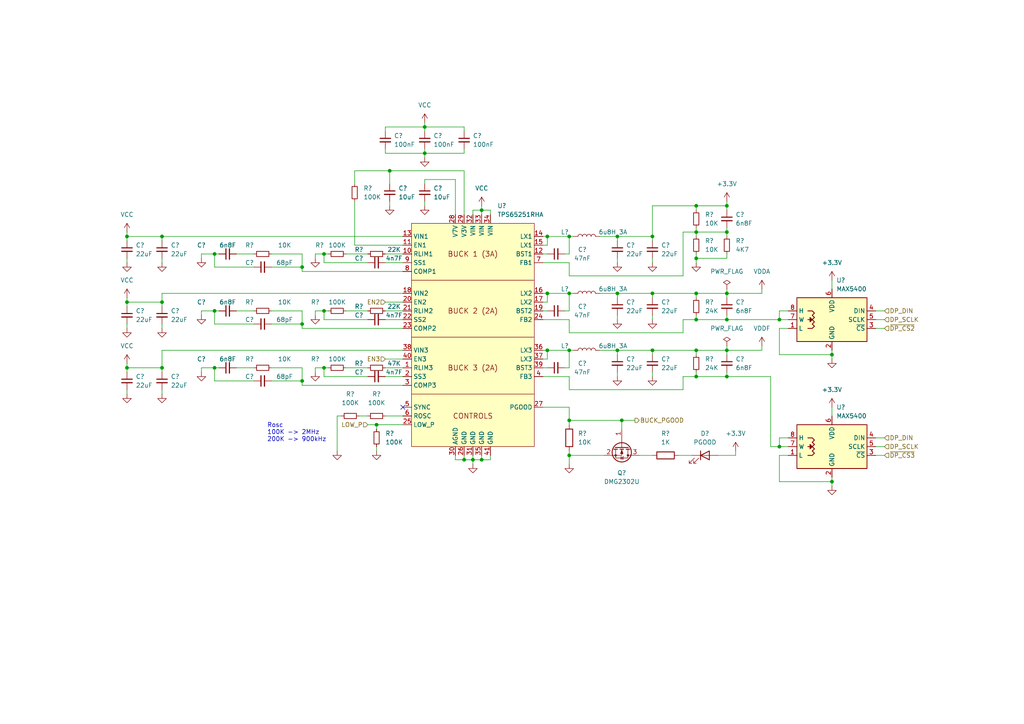
<source format=kicad_sch>
(kicad_sch (version 20211123) (generator eeschema)
  (paper "A4")
  (lib_symbols
    (symbol "Device:C_Small" (pin_numbers hide) (pin_names (offset 0.254) hide)
      (property "Reference" "C" (at 0.254 1.778 0))
      (property "Value" "C_Small" (at 0.254 -2.032 0))
      (symbol "C_Small_0_1"
        (polyline (pts (xy -1.524 -0.508) (xy 1.524 -0.508)) (stroke (width 0.3302)))
        (polyline (pts (xy -1.524 0.508) (xy 1.524 0.508)) (stroke (width 0.3048)))
      )
      (symbol "C_Small_1_1"
        (pin passive line (at 0 2.54 270) (length 2.032) (name "~") (number "1"))
        (pin passive line (at 0 -2.54 90) (length 2.032) (name "~") (number "2"))
      )
    )
    (symbol "Device:L" (pin_numbers hide) (pin_names (offset 1.016) hide)
      (property "Reference" "L" (at -1.27 0 90))
      (property "Value" "L" (at 1.905 0 90))
      (symbol "L_0_1"
        (arc (start 0 -2.54) (mid 0.635 -1.905) (end 0 -1.27))
        (arc (start 0 -1.27) (mid 0.635 -0.635) (end 0 0))
        (arc (start 0 0) (mid 0.635 0.635) (end 0 1.27))
        (arc (start 0 1.27) (mid 0.635 1.905) (end 0 2.54))
      )
      (symbol "L_1_1"
        (pin passive line (at 0 3.81 270) (length 1.27) (name "1") (number "1"))
        (pin passive line (at 0 -3.81 90) (length 1.27) (name "2") (number "2"))
      )
    )
    (symbol "Device:LED" (pin_numbers hide) (pin_names (offset 1.016) hide)
      (property "Reference" "D" (at 0 2.54 0))
      (property "Value" "LED" (at 0 -2.54 0))
      (symbol "LED_0_1"
        (polyline (pts (xy -1.27 -1.27) (xy -1.27 1.27)) (stroke (width 0.254)))
        (polyline (pts (xy -1.27 0) (xy 1.27 0)))
        (polyline (pts (xy 1.27 -1.27) (xy 1.27 1.27) (xy -1.27 0) (xy 1.27 -1.27)) (stroke (width 0.254)))
        (polyline (pts (xy -3.048 -0.762) (xy -4.572 -2.286) (xy -3.81 -2.286) (xy -4.572 -2.286) (xy -4.572 -1.524)))
        (polyline (pts (xy -1.778 -0.762) (xy -3.302 -2.286) (xy -2.54 -2.286) (xy -3.302 -2.286) (xy -3.302 -1.524)))
      )
      (symbol "LED_1_1"
        (pin passive line (at -3.81 0 0) (length 2.54) (name "K") (number "1"))
        (pin passive line (at 3.81 0 180) (length 2.54) (name "A") (number "2"))
      )
    )
    (symbol "Device:R" (pin_numbers hide) (pin_names (offset 0))
      (property "Reference" "R" (at 2.032 0 90))
      (property "Value" "R" (at 0 0 90))
      (symbol "R_0_1"
        (rectangle (start -1.016 -2.54) (end 1.016 2.54) (stroke (width 0.254)))
      )
      (symbol "R_1_1"
        (pin passive line (at 0 3.81 270) (length 1.27) (name "~") (number "1"))
        (pin passive line (at 0 -3.81 90) (length 1.27) (name "~") (number "2"))
      )
    )
    (symbol "Device:R_Small" (pin_numbers hide) (pin_names (offset 0.254) hide)
      (property "Reference" "R" (at 0.762 0.508 0))
      (property "Value" "R_Small" (at 0.762 -1.016 0))
      (symbol "R_Small_0_1"
        (rectangle (start -0.762 1.778) (end 0.762 -1.778) (stroke (width 0.2032)))
      )
      (symbol "R_Small_1_1"
        (pin passive line (at 0 2.54 270) (length 0.762) (name "~") (number "1"))
        (pin passive line (at 0 -2.54 90) (length 0.762) (name "~") (number "2"))
      )
    )
    (symbol "Transistor_FET:DMG2302U" (pin_names hide)
      (property "Reference" "Q" (at 5.08 1.905 0))
      (property "Value" "DMG2302U" (at 5.08 0 0))
      (symbol "DMG2302U_0_1"
        (polyline (pts (xy 0.254 0) (xy -2.54 0)))
        (polyline (pts (xy 0.254 1.905) (xy 0.254 -1.905)) (stroke (width 0.254)))
        (polyline (pts (xy 0.762 -1.27) (xy 0.762 -2.286)) (stroke (width 0.254)))
        (polyline (pts (xy 0.762 0.508) (xy 0.762 -0.508)) (stroke (width 0.254)))
        (polyline (pts (xy 0.762 2.286) (xy 0.762 1.27)) (stroke (width 0.254)))
        (polyline (pts (xy 2.54 2.54) (xy 2.54 1.778)))
        (polyline (pts (xy 2.54 -2.54) (xy 2.54 0) (xy 0.762 0)))
        (polyline (pts (xy 0.762 -1.778) (xy 3.302 -1.778) (xy 3.302 1.778) (xy 0.762 1.778)))
        (polyline (pts (xy 1.016 0) (xy 2.032 0.381) (xy 2.032 -0.381) (xy 1.016 0)) (fill (type outline)))
        (polyline (pts (xy 2.794 0.508) (xy 2.921 0.381) (xy 3.683 0.381) (xy 3.81 0.254)))
        (polyline (pts (xy 3.302 0.381) (xy 2.921 -0.254) (xy 3.683 -0.254) (xy 3.302 0.381)))
        (circle (center 1.651 0) (radius 2.794) (stroke (width 0.254)))
        (circle (center 2.54 -1.778) (radius 0.254) (fill (type outline)))
        (circle (center 2.54 1.778) (radius 0.254) (fill (type outline)))
      )
      (symbol "DMG2302U_1_1"
        (pin input line (at -5.08 0 0) (length 2.54) (name "G") (number "1"))
        (pin passive line (at 2.54 -5.08 90) (length 2.54) (name "S") (number "2"))
        (pin passive line (at 2.54 5.08 270) (length 2.54) (name "D") (number "3"))
      )
    )
    (symbol "breadboard_supply:MAX5400"
      (property "Reference" "U" (at -8.89 7.62 0))
      (property "Value" "MAX5400" (at 7.62 -8.89 0))
      (symbol "MAX5400_0_1"
        (rectangle (start -10.16 6.35) (end 10.16 -6.35) (stroke (width 0.254)) (fill (type background)))
        (polyline (pts (xy 6.985 0) (xy 6.35 0) (xy 5.715 0) (xy 6.35 0.635) (xy 6.35 -0.635) (xy 5.715 0)) (stroke (width 0.254)) (fill (type outline)))
        (polyline (pts (xy 6.985 2.54) (xy 5.715 2.54) (xy 5.08 1.905) (xy 5.715 1.27) (xy 5.08 0.635) (xy 5.715 0) (xy 5.08 -0.635) (xy 5.715 -1.27) (xy 5.08 -1.905) (xy 5.715 -2.54) (xy 6.985 -2.54)) (stroke (width 0.254)))
      )
      (symbol "MAX5400_1_1"
        (pin passive line (at 12.7 -2.54 180) (length 2.54) (name "L") (number "1"))
        (pin power_in line (at 0 -8.89 90) (length 2.54) (name "GND") (number "2"))
        (pin input line (at -12.7 -2.54 0) (length 2.54) (name "~{CS}") (number "3"))
        (pin input line (at -12.7 2.54 0) (length 2.54) (name "DIN") (number "4"))
        (pin input line (at -12.7 0 0) (length 2.54) (name "SCLK") (number "5"))
        (pin power_in line (at 0 8.89 270) (length 2.54) (name "VDD") (number "6"))
        (pin passive line (at 12.7 0 180) (length 2.54) (name "W") (number "7"))
        (pin passive line (at 12.7 2.54 180) (length 2.54) (name "H") (number "8"))
      )
    )
    (symbol "breadboard_supply:TPS65251RHA"
      (property "Reference" "U" (at -16.51 34.29 0))
      (property "Value" "TPS65251RHA" (at 16.51 -34.29 0))
      (symbol "TPS65251RHA_0_0"
        (polyline (pts (xy -17.78 -16.51) (xy 17.78 -16.51)))
        (polyline (pts (xy -17.78 0) (xy 17.78 0)))
        (polyline (pts (xy -17.78 16.51) (xy 17.78 16.51)))
        (text "BUCK 1 (3A)" (at 0 24.13 0) (effects (font (size 1.5 1.5))))
        (text "BUCK 2 (2A)" (at 0 7.62 0) (effects (font (size 1.5 1.5))))
        (text "BUCK 3 (2A)" (at 0 -8.89 0) (effects (font (size 1.5 1.5))))
        (text "CONTROLS" (at 0 -22.86 0) (effects (font (size 1.5 1.5))))
        (pin input line (at -20.32 -8.89 0) (length 2.54) (name "RLIM3") (number "1"))
        (pin input line (at -20.32 24.13 0) (length 2.54) (name "RLIM1") (number "10"))
        (pin input line (at -20.32 26.67 0) (length 2.54) (name "EN1") (number "11"))
        (pin input line (at 20.32 24.13 180) (length 2.54) (name "BST1") (number "12"))
        (pin power_in line (at -20.32 29.21 0) (length 2.54) (name "VIN1") (number "13"))
        (pin power_out line (at 20.32 29.21 180) (length 2.54) (name "LX1") (number "14"))
        (pin power_out line (at 20.32 26.67 180) (length 2.54) (name "LX1") (number "15"))
        (pin power_out line (at 20.32 12.7 180) (length 2.54) (name "LX2") (number "16"))
        (pin power_out line (at 20.32 10.16 180) (length 2.54) (name "LX2") (number "17"))
        (pin power_in line (at -20.32 12.7 0) (length 2.54) (name "VIN2") (number "18"))
        (pin input line (at 20.32 7.62 180) (length 2.54) (name "BST2") (number "19"))
        (pin input line (at -20.32 -11.43 0) (length 2.54) (name "SS3") (number "2"))
        (pin input line (at -20.32 10.16 0) (length 2.54) (name "EN2") (number "20"))
        (pin input line (at -20.32 7.62 0) (length 2.54) (name "RLIM2") (number "21"))
        (pin input line (at -20.32 5.08 0) (length 2.54) (name "SS2") (number "22"))
        (pin output line (at -20.32 2.54 0) (length 2.54) (name "COMP2") (number "23"))
        (pin input line (at 20.32 5.08 180) (length 2.54) (name "FB2") (number "24"))
        (pin input line (at -20.32 -25.4 0) (length 2.54) (name "LOW_P") (number "25"))
        (pin power_in line (at -2.54 -34.29 90) (length 2.54) (name "GND") (number "26"))
        (pin output line (at 20.32 -20.32 180) (length 2.54) (name "PGOOD") (number "27"))
        (pin power_out line (at -5.08 35.56 270) (length 2.54) (name "V7V") (number "28"))
        (pin power_out line (at -2.54 35.56 270) (length 2.54) (name "V3V") (number "29"))
        (pin output line (at -20.32 -13.97 0) (length 2.54) (name "COMP3") (number "3"))
        (pin power_in line (at -5.08 -34.29 90) (length 2.54) (name "AGND") (number "30"))
        (pin power_in line (at 0 -34.29 90) (length 2.54) (name "GND") (number "31"))
        (pin power_in line (at 0 35.56 270) (length 2.54) (name "VIN") (number "32"))
        (pin power_in line (at 2.54 35.56 270) (length 2.54) (name "VIN") (number "33"))
        (pin power_in line (at 5.08 35.56 270) (length 2.54) (name "VIN") (number "34"))
        (pin power_in line (at 2.54 -34.29 90) (length 2.54) (name "GND") (number "35"))
        (pin power_out line (at 20.32 -3.81 180) (length 2.54) (name "LX3") (number "36"))
        (pin power_out line (at 20.32 -6.35 180) (length 2.54) (name "LX3") (number "37"))
        (pin power_in line (at -20.32 -3.81 0) (length 2.54) (name "VIN3") (number "38"))
        (pin input line (at 20.32 -8.89 180) (length 2.54) (name "BST3") (number "39"))
        (pin input line (at 20.32 -11.43 180) (length 2.54) (name "FB3") (number "4"))
        (pin input line (at -20.32 -6.35 0) (length 2.54) (name "EN3") (number "40"))
        (pin power_in line (at 5.08 -34.29 90) (length 2.54) (name "GND") (number "41"))
        (pin input line (at -20.32 -20.32 0) (length 2.54) (name "SYNC") (number "5"))
        (pin input line (at -20.32 -22.86 0) (length 2.54) (name "ROSC") (number "6"))
        (pin input line (at 20.32 21.59 180) (length 2.54) (name "FB1") (number "7"))
        (pin output line (at -20.32 19.05 0) (length 2.54) (name "COMP1") (number "8"))
        (pin input line (at -20.32 21.59 0) (length 2.54) (name "SS1") (number "9"))
      )
      (symbol "TPS65251RHA_0_1"
        (rectangle (start -17.78 33.02) (end 17.78 -31.75) (fill (type background)))
      )
    )
    (symbol "power:+3.3V" (power) (pin_names (offset 0))
      (property "Value" "+3.3V" (at 0 3.556 0))
      (symbol "+3.3V_0_1"
        (polyline (pts (xy -0.762 1.27) (xy 0 2.54)))
        (polyline (pts (xy 0 0) (xy 0 2.54)))
        (polyline (pts (xy 0 2.54) (xy 0.762 1.27)))
      )
      (symbol "+3.3V_1_1"
        (pin power_in line (at 0 0 90) (length 0) hide (name "+3.3V") (number "1"))
      )
    )
    (symbol "power:GND" (power) (pin_names (offset 0))
      (property "Value" "GND" (at 0 -3.81 0))
      (symbol "GND_0_1"
        (polyline (pts (xy 0 0) (xy 0 -1.27) (xy 1.27 -1.27) (xy 0 -2.54) (xy -1.27 -1.27) (xy 0 -1.27)))
      )
      (symbol "GND_1_1"
        (pin power_in line (at 0 0 270) (length 0) hide (name "GND") (number "1"))
      )
    )
    (symbol "power:PWR_FLAG" (power) (pin_numbers hide) (pin_names (offset 0) hide)
      (property "Value" "PWR_FLAG" (at 0 3.81 0))
      (symbol "PWR_FLAG_0_0"
        (pin power_out line (at 0 0 90) (length 0) (name "pwr") (number "1"))
      )
      (symbol "PWR_FLAG_0_1"
        (polyline (pts (xy 0 0) (xy 0 1.27) (xy -1.016 1.905) (xy 0 2.54) (xy 1.016 1.905) (xy 0 1.27)))
      )
    )
    (symbol "power:VCC" (power) (pin_names (offset 0))
      (property "Value" "VCC" (at 0 3.81 0))
      (symbol "VCC_0_1"
        (polyline (pts (xy -0.762 1.27) (xy 0 2.54)))
        (polyline (pts (xy 0 0) (xy 0 2.54)))
        (polyline (pts (xy 0 2.54) (xy 0.762 1.27)))
      )
      (symbol "VCC_1_1"
        (pin power_in line (at 0 0 90) (length 0) hide (name "VCC") (number "1"))
      )
    )
    (symbol "power:VDDA" (power) (pin_names (offset 0))
      (property "Value" "VDDA" (at 0 3.81 0))
      (symbol "VDDA_0_1"
        (polyline (pts (xy -0.762 1.27) (xy 0 2.54)))
        (polyline (pts (xy 0 0) (xy 0 2.54)))
        (polyline (pts (xy 0 2.54) (xy 0.762 1.27)))
      )
      (symbol "VDDA_1_1"
        (pin power_in line (at 0 0 90) (length 0) hide (name "VDDA") (number "1"))
      )
    )
    (symbol "power:VDDF" (power) (pin_names (offset 0))
      (property "Value" "VDDF" (at 0 3.81 0))
      (symbol "VDDF_0_1"
        (polyline (pts (xy -0.762 1.27) (xy 0 2.54)))
        (polyline (pts (xy 0 0) (xy 0 2.54)))
        (polyline (pts (xy 0 2.54) (xy 0.762 1.27)))
      )
      (symbol "VDDF_1_1"
        (pin power_in line (at 0 0 90) (length 0) hide (name "VDDF") (number "1"))
      )
    )
  )
  (junction (at 241.3 139.7))
  (junction (at 189.23 85.09))
  (junction (at 93.98 90.17))
  (junction (at 201.93 85.09))
  (junction (at 210.82 85.09))
  (junction (at 201.93 101.6))
  (junction (at 87.63 93.98))
  (junction (at 180.34 121.92))
  (junction (at 201.93 92.71))
  (junction (at 165.1 101.6))
  (junction (at 226.06 92.71))
  (junction (at 46.99 87.63))
  (junction (at 46.99 106.68))
  (junction (at 46.99 68.58))
  (junction (at 210.82 109.22))
  (junction (at 158.75 68.58))
  (junction (at 210.82 59.69))
  (junction (at 201.93 59.69))
  (junction (at 179.07 68.58))
  (junction (at 210.82 92.71))
  (junction (at 113.03 49.53))
  (junction (at 62.23 90.17))
  (junction (at 241.3 102.87))
  (junction (at 210.82 101.6))
  (junction (at 201.93 109.22))
  (junction (at 36.83 87.63))
  (junction (at 93.98 106.68))
  (junction (at 109.22 123.19))
  (junction (at 139.7 60.96))
  (junction (at 36.83 68.58))
  (junction (at 87.63 77.47))
  (junction (at 165.1 132.08))
  (junction (at 165.1 85.09))
  (junction (at 165.1 68.58))
  (junction (at 158.75 101.6))
  (junction (at 165.1 121.92))
  (junction (at 201.93 74.93))
  (junction (at 123.19 44.45))
  (junction (at 87.63 110.49))
  (junction (at 36.83 106.68))
  (junction (at 201.93 67.31))
  (junction (at 93.98 73.66))
  (junction (at 189.23 68.58))
  (junction (at 134.62 133.35))
  (junction (at 139.7 133.35))
  (junction (at 62.23 73.66))
  (junction (at 210.82 67.31))
  (junction (at 226.06 129.54))
  (junction (at 179.07 101.6))
  (junction (at 179.07 85.09))
  (junction (at 189.23 101.6))
  (junction (at 137.16 133.35))
  (junction (at 62.23 106.68))
  (junction (at 123.19 36.83))
  (junction (at 158.75 85.09))
  (no_connect (at 116.84 118.11))
  (wire (pts (xy 97.79 120.65) (xy 97.79 130.81)))
  (wire (pts (xy 226.06 139.7) (xy 226.06 132.08)))
  (wire (pts (xy 113.03 49.53) (xy 134.62 49.53)))
  (wire (pts (xy 139.7 133.35) (xy 142.24 133.35)))
  (wire (pts (xy 158.75 87.63) (xy 158.75 85.09)))
  (wire (pts (xy 111.76 76.2) (xy 116.84 76.2)))
  (wire (pts (xy 36.83 67.31) (xy 36.83 68.58)))
  (wire (pts (xy 62.23 90.17) (xy 63.5 90.17)))
  (wire (pts (xy 223.52 129.54) (xy 226.06 129.54)))
  (wire (pts (xy 100.33 73.66) (xy 106.68 73.66)))
  (wire (pts (xy 241.3 138.43) (xy 241.3 139.7)))
  (wire (pts (xy 201.93 107.95) (xy 201.93 109.22)))
  (wire (pts (xy 223.52 109.22) (xy 223.52 129.54)))
  (wire (pts (xy 157.48 73.66) (xy 158.75 73.66)))
  (wire (pts (xy 142.24 133.35) (xy 142.24 132.08)))
  (wire (pts (xy 46.99 93.98) (xy 46.99 95.25)))
  (wire (pts (xy 106.68 109.22) (xy 93.98 109.22)))
  (wire (pts (xy 111.76 106.68) (xy 116.84 106.68)))
  (wire (pts (xy 91.44 106.68) (xy 91.44 107.95)))
  (wire (pts (xy 189.23 85.09) (xy 189.23 86.36)))
  (wire (pts (xy 201.93 92.71) (xy 210.82 92.71)))
  (wire (pts (xy 87.63 106.68) (xy 87.63 110.49)))
  (wire (pts (xy 123.19 58.42) (xy 123.19 59.69)))
  (wire (pts (xy 198.12 92.71) (xy 201.93 92.71)))
  (wire (pts (xy 132.08 52.07) (xy 132.08 62.23)))
  (wire (pts (xy 87.63 77.47) (xy 78.74 77.47)))
  (wire (pts (xy 165.1 121.92) (xy 180.34 121.92)))
  (wire (pts (xy 111.76 104.14) (xy 116.84 104.14)))
  (wire (pts (xy 226.06 132.08) (xy 228.6 132.08)))
  (wire (pts (xy 226.06 92.71) (xy 226.06 90.17)))
  (wire (pts (xy 226.06 90.17) (xy 228.6 90.17)))
  (wire (pts (xy 241.3 102.87) (xy 241.3 104.14)))
  (wire (pts (xy 62.23 73.66) (xy 63.5 73.66)))
  (wire (pts (xy 189.23 59.69) (xy 201.93 59.69)))
  (wire (pts (xy 165.1 90.17) (xy 165.1 85.09)))
  (wire (pts (xy 189.23 85.09) (xy 201.93 85.09)))
  (wire (pts (xy 116.84 85.09) (xy 46.99 85.09)))
  (wire (pts (xy 137.16 133.35) (xy 137.16 134.62)))
  (wire (pts (xy 165.1 76.2) (xy 157.48 76.2)))
  (wire (pts (xy 179.07 85.09) (xy 179.07 86.36)))
  (wire (pts (xy 254 129.54) (xy 256.54 129.54)))
  (wire (pts (xy 123.19 36.83) (xy 123.19 38.1)))
  (wire (pts (xy 134.62 36.83) (xy 134.62 38.1)))
  (wire (pts (xy 201.93 66.04) (xy 201.93 67.31)))
  (wire (pts (xy 165.1 68.58) (xy 166.37 68.58)))
  (wire (pts (xy 220.98 85.09) (xy 220.98 83.82)))
  (wire (pts (xy 36.83 68.58) (xy 36.83 69.85)))
  (wire (pts (xy 137.16 60.96) (xy 137.16 62.23)))
  (wire (pts (xy 100.33 106.68) (xy 106.68 106.68)))
  (wire (pts (xy 139.7 60.96) (xy 137.16 60.96)))
  (wire (pts (xy 100.33 90.17) (xy 106.68 90.17)))
  (wire (pts (xy 210.82 100.33) (xy 210.82 101.6)))
  (wire (pts (xy 36.83 105.41) (xy 36.83 106.68)))
  (wire (pts (xy 46.99 85.09) (xy 46.99 87.63)))
  (wire (pts (xy 165.1 101.6) (xy 166.37 101.6)))
  (wire (pts (xy 165.1 106.68) (xy 165.1 101.6)))
  (wire (pts (xy 46.99 68.58) (xy 46.99 69.85)))
  (wire (pts (xy 201.93 67.31) (xy 198.12 67.31)))
  (wire (pts (xy 93.98 106.68) (xy 95.25 106.68)))
  (wire (pts (xy 158.75 68.58) (xy 165.1 68.58)))
  (wire (pts (xy 78.74 106.68) (xy 87.63 106.68)))
  (wire (pts (xy 111.76 87.63) (xy 116.84 87.63)))
  (wire (pts (xy 189.23 59.69) (xy 189.23 68.58)))
  (wire (pts (xy 68.58 106.68) (xy 73.66 106.68)))
  (wire (pts (xy 111.76 120.65) (xy 116.84 120.65)))
  (wire (pts (xy 254 95.25) (xy 256.54 95.25)))
  (wire (pts (xy 196.85 132.08) (xy 200.66 132.08)))
  (wire (pts (xy 228.6 129.54) (xy 226.06 129.54)))
  (wire (pts (xy 180.34 121.92) (xy 184.15 121.92)))
  (wire (pts (xy 62.23 106.68) (xy 63.5 106.68)))
  (wire (pts (xy 226.06 129.54) (xy 226.06 127)))
  (wire (pts (xy 134.62 49.53) (xy 134.62 62.23)))
  (wire (pts (xy 123.19 52.07) (xy 132.08 52.07)))
  (wire (pts (xy 198.12 109.22) (xy 201.93 109.22)))
  (wire (pts (xy 241.3 102.87) (xy 226.06 102.87)))
  (wire (pts (xy 201.93 85.09) (xy 210.82 85.09)))
  (wire (pts (xy 165.1 132.08) (xy 165.1 134.62)))
  (wire (pts (xy 87.63 73.66) (xy 87.63 77.47)))
  (wire (pts (xy 68.58 90.17) (xy 73.66 90.17)))
  (wire (pts (xy 93.98 106.68) (xy 91.44 106.68)))
  (wire (pts (xy 87.63 90.17) (xy 87.63 93.98)))
  (wire (pts (xy 36.83 93.98) (xy 36.83 95.25)))
  (wire (pts (xy 113.03 58.42) (xy 113.03 59.69)))
  (wire (pts (xy 62.23 90.17) (xy 58.42 90.17)))
  (wire (pts (xy 157.48 87.63) (xy 158.75 87.63)))
  (wire (pts (xy 87.63 110.49) (xy 78.74 110.49)))
  (wire (pts (xy 62.23 77.47) (xy 62.23 73.66)))
  (wire (pts (xy 157.48 71.12) (xy 158.75 71.12)))
  (wire (pts (xy 73.66 77.47) (xy 62.23 77.47)))
  (wire (pts (xy 123.19 35.56) (xy 123.19 36.83)))
  (wire (pts (xy 201.93 101.6) (xy 210.82 101.6)))
  (wire (pts (xy 189.23 107.95) (xy 189.23 109.22)))
  (wire (pts (xy 198.12 113.03) (xy 198.12 109.22)))
  (wire (pts (xy 46.99 106.68) (xy 36.83 106.68)))
  (wire (pts (xy 111.76 36.83) (xy 111.76 38.1)))
  (wire (pts (xy 198.12 96.52) (xy 198.12 92.71)))
  (wire (pts (xy 58.42 90.17) (xy 58.42 91.44)))
  (wire (pts (xy 165.1 80.01) (xy 165.1 76.2)))
  (wire (pts (xy 36.83 86.36) (xy 36.83 87.63)))
  (wire (pts (xy 123.19 36.83) (xy 111.76 36.83)))
  (wire (pts (xy 241.3 81.28) (xy 241.3 83.82)))
  (wire (pts (xy 201.93 102.87) (xy 201.93 101.6)))
  (wire (pts (xy 116.84 71.12) (xy 102.87 71.12)))
  (wire (pts (xy 226.06 102.87) (xy 226.06 95.25)))
  (wire (pts (xy 123.19 44.45) (xy 111.76 44.45)))
  (wire (pts (xy 134.62 133.35) (xy 132.08 133.35)))
  (wire (pts (xy 157.48 106.68) (xy 158.75 106.68)))
  (wire (pts (xy 201.93 60.96) (xy 201.93 59.69)))
  (wire (pts (xy 109.22 124.46) (xy 109.22 123.19)))
  (wire (pts (xy 139.7 60.96) (xy 139.7 62.23)))
  (wire (pts (xy 157.48 118.11) (xy 165.1 118.11)))
  (wire (pts (xy 226.06 95.25) (xy 228.6 95.25)))
  (wire (pts (xy 106.68 92.71) (xy 93.98 92.71)))
  (wire (pts (xy 123.19 44.45) (xy 123.19 45.72)))
  (wire (pts (xy 111.76 92.71) (xy 116.84 92.71)))
  (wire (pts (xy 73.66 110.49) (xy 62.23 110.49)))
  (wire (pts (xy 180.34 121.92) (xy 180.34 124.46)))
  (wire (pts (xy 163.83 90.17) (xy 165.1 90.17)))
  (wire (pts (xy 62.23 93.98) (xy 62.23 90.17)))
  (wire (pts (xy 139.7 60.96) (xy 142.24 60.96)))
  (wire (pts (xy 106.68 76.2) (xy 93.98 76.2)))
  (wire (pts (xy 46.99 101.6) (xy 46.99 106.68)))
  (wire (pts (xy 165.1 113.03) (xy 198.12 113.03)))
  (wire (pts (xy 201.93 91.44) (xy 201.93 92.71)))
  (wire (pts (xy 102.87 49.53) (xy 102.87 53.34)))
  (wire (pts (xy 165.1 85.09) (xy 166.37 85.09)))
  (wire (pts (xy 137.16 133.35) (xy 139.7 133.35)))
  (wire (pts (xy 157.48 85.09) (xy 158.75 85.09)))
  (wire (pts (xy 109.22 123.19) (xy 116.84 123.19)))
  (wire (pts (xy 113.03 53.34) (xy 113.03 49.53)))
  (wire (pts (xy 210.82 83.82) (xy 210.82 85.09)))
  (wire (pts (xy 104.14 120.65) (xy 106.68 120.65)))
  (wire (pts (xy 173.99 101.6) (xy 179.07 101.6)))
  (wire (pts (xy 165.1 118.11) (xy 165.1 121.92)))
  (wire (pts (xy 113.03 49.53) (xy 102.87 49.53)))
  (wire (pts (xy 132.08 133.35) (xy 132.08 132.08)))
  (wire (pts (xy 157.48 109.22) (xy 165.1 109.22)))
  (wire (pts (xy 62.23 106.68) (xy 58.42 106.68)))
  (wire (pts (xy 73.66 93.98) (xy 62.23 93.98)))
  (wire (pts (xy 142.24 60.96) (xy 142.24 62.23)))
  (wire (pts (xy 139.7 59.69) (xy 139.7 60.96)))
  (wire (pts (xy 163.83 73.66) (xy 165.1 73.66)))
  (wire (pts (xy 210.82 101.6) (xy 210.82 102.87)))
  (wire (pts (xy 78.74 73.66) (xy 87.63 73.66)))
  (wire (pts (xy 210.82 92.71) (xy 226.06 92.71)))
  (wire (pts (xy 189.23 101.6) (xy 201.93 101.6)))
  (wire (pts (xy 87.63 95.25) (xy 87.63 93.98)))
  (wire (pts (xy 123.19 43.18) (xy 123.19 44.45)))
  (wire (pts (xy 189.23 74.93) (xy 189.23 76.2)))
  (wire (pts (xy 139.7 133.35) (xy 139.7 132.08)))
  (wire (pts (xy 93.98 109.22) (xy 93.98 106.68)))
  (wire (pts (xy 99.06 120.65) (xy 97.79 120.65)))
  (wire (pts (xy 93.98 92.71) (xy 93.98 90.17)))
  (wire (pts (xy 226.06 127) (xy 228.6 127)))
  (wire (pts (xy 93.98 90.17) (xy 91.44 90.17)))
  (wire (pts (xy 62.23 110.49) (xy 62.23 106.68)))
  (wire (pts (xy 165.1 109.22) (xy 165.1 113.03)))
  (wire (pts (xy 179.07 68.58) (xy 179.07 69.85)))
  (wire (pts (xy 36.83 113.03) (xy 36.83 114.3)))
  (wire (pts (xy 210.82 107.95) (xy 210.82 109.22)))
  (wire (pts (xy 87.63 95.25) (xy 116.84 95.25)))
  (wire (pts (xy 179.07 68.58) (xy 189.23 68.58)))
  (wire (pts (xy 36.83 87.63) (xy 36.83 88.9)))
  (wire (pts (xy 165.1 123.19) (xy 165.1 121.92)))
  (wire (pts (xy 87.63 111.76) (xy 87.63 110.49)))
  (wire (pts (xy 134.62 44.45) (xy 134.62 43.18)))
  (wire (pts (xy 137.16 133.35) (xy 134.62 133.35)))
  (wire (pts (xy 213.36 132.08) (xy 213.36 130.81)))
  (wire (pts (xy 210.82 58.42) (xy 210.82 59.69)))
  (wire (pts (xy 116.84 111.76) (xy 87.63 111.76)))
  (wire (pts (xy 158.75 71.12) (xy 158.75 68.58)))
  (wire (pts (xy 123.19 44.45) (xy 134.62 44.45)))
  (wire (pts (xy 87.63 93.98) (xy 78.74 93.98)))
  (wire (pts (xy 165.1 80.01) (xy 198.12 80.01)))
  (wire (pts (xy 158.75 104.14) (xy 158.75 101.6)))
  (wire (pts (xy 93.98 76.2) (xy 93.98 73.66)))
  (wire (pts (xy 241.3 139.7) (xy 241.3 140.97)))
  (wire (pts (xy 254 132.08) (xy 256.54 132.08)))
  (wire (pts (xy 198.12 67.31) (xy 198.12 80.01)))
  (wire (pts (xy 46.99 113.03) (xy 46.99 114.3)))
  (wire (pts (xy 241.3 118.11) (xy 241.3 120.65)))
  (wire (pts (xy 179.07 101.6) (xy 179.07 102.87)))
  (wire (pts (xy 210.82 85.09) (xy 220.98 85.09)))
  (wire (pts (xy 165.1 132.08) (xy 175.26 132.08)))
  (wire (pts (xy 157.48 90.17) (xy 158.75 90.17)))
  (wire (pts (xy 158.75 101.6) (xy 165.1 101.6)))
  (wire (pts (xy 254 92.71) (xy 256.54 92.71)))
  (wire (pts (xy 241.3 139.7) (xy 226.06 139.7)))
  (wire (pts (xy 201.93 86.36) (xy 201.93 85.09)))
  (wire (pts (xy 87.63 78.74) (xy 116.84 78.74)))
  (wire (pts (xy 87.63 78.74) (xy 87.63 77.47)))
  (wire (pts (xy 241.3 101.6) (xy 241.3 102.87)))
  (wire (pts (xy 210.82 85.09) (xy 210.82 86.36)))
  (wire (pts (xy 254 127) (xy 256.54 127)))
  (wire (pts (xy 228.6 92.71) (xy 226.06 92.71)))
  (wire (pts (xy 201.93 67.31) (xy 210.82 67.31)))
  (wire (pts (xy 106.68 123.19) (xy 109.22 123.19)))
  (wire (pts (xy 157.48 68.58) (xy 158.75 68.58)))
  (wire (pts (xy 210.82 92.71) (xy 210.82 91.44)))
  (wire (pts (xy 102.87 71.12) (xy 102.87 58.42)))
  (wire (pts (xy 116.84 68.58) (xy 46.99 68.58)))
  (wire (pts (xy 179.07 107.95) (xy 179.07 109.22)))
  (wire (pts (xy 68.58 73.66) (xy 73.66 73.66)))
  (wire (pts (xy 179.07 74.93) (xy 179.07 76.2)))
  (wire (pts (xy 78.74 90.17) (xy 87.63 90.17)))
  (wire (pts (xy 189.23 91.44) (xy 189.23 92.71)))
  (wire (pts (xy 134.62 132.08) (xy 134.62 133.35)))
  (wire (pts (xy 111.76 73.66) (xy 116.84 73.66)))
  (wire (pts (xy 157.48 92.71) (xy 165.1 92.71)))
  (wire (pts (xy 36.83 74.93) (xy 36.83 76.2)))
  (wire (pts (xy 210.82 74.93) (xy 210.82 73.66)))
  (wire (pts (xy 62.23 73.66) (xy 58.42 73.66)))
  (wire (pts (xy 46.99 87.63) (xy 36.83 87.63)))
  (wire (pts (xy 111.76 109.22) (xy 116.84 109.22)))
  (wire (pts (xy 93.98 73.66) (xy 91.44 73.66)))
  (wire (pts (xy 165.1 130.81) (xy 165.1 132.08)))
  (wire (pts (xy 201.93 67.31) (xy 201.93 68.58)))
  (wire (pts (xy 201.93 59.69) (xy 210.82 59.69)))
  (wire (pts (xy 137.16 132.08) (xy 137.16 133.35)))
  (wire (pts (xy 58.42 73.66) (xy 58.42 74.93)))
  (wire (pts (xy 173.99 85.09) (xy 179.07 85.09)))
  (wire (pts (xy 123.19 36.83) (xy 134.62 36.83)))
  (wire (pts (xy 189.23 101.6) (xy 189.23 102.87)))
  (wire (pts (xy 46.99 74.93) (xy 46.99 76.2)))
  (wire (pts (xy 157.48 104.14) (xy 158.75 104.14)))
  (wire (pts (xy 173.99 68.58) (xy 179.07 68.58)))
  (wire (pts (xy 210.82 59.69) (xy 210.82 60.96)))
  (wire (pts (xy 157.48 101.6) (xy 158.75 101.6)))
  (wire (pts (xy 46.99 106.68) (xy 46.99 107.95)))
  (wire (pts (xy 109.22 129.54) (xy 109.22 130.81)))
  (wire (pts (xy 111.76 90.17) (xy 116.84 90.17)))
  (wire (pts (xy 111.76 44.45) (xy 111.76 43.18)))
  (wire (pts (xy 220.98 101.6) (xy 220.98 100.33)))
  (wire (pts (xy 36.83 106.68) (xy 36.83 107.95)))
  (wire (pts (xy 201.93 73.66) (xy 201.93 74.93)))
  (wire (pts (xy 201.93 109.22) (xy 210.82 109.22)))
  (wire (pts (xy 210.82 101.6) (xy 220.98 101.6)))
  (wire (pts (xy 210.82 67.31) (xy 210.82 68.58)))
  (wire (pts (xy 91.44 90.17) (xy 91.44 91.44)))
  (wire (pts (xy 58.42 106.68) (xy 58.42 107.95)))
  (wire (pts (xy 46.99 87.63) (xy 46.99 88.9)))
  (wire (pts (xy 93.98 73.66) (xy 95.25 73.66)))
  (wire (pts (xy 179.07 85.09) (xy 189.23 85.09)))
  (wire (pts (xy 165.1 92.71) (xy 165.1 96.52)))
  (wire (pts (xy 116.84 101.6) (xy 46.99 101.6)))
  (wire (pts (xy 163.83 106.68) (xy 165.1 106.68)))
  (wire (pts (xy 179.07 101.6) (xy 189.23 101.6)))
  (wire (pts (xy 201.93 74.93) (xy 201.93 76.2)))
  (wire (pts (xy 185.42 132.08) (xy 189.23 132.08)))
  (wire (pts (xy 189.23 68.58) (xy 189.23 69.85)))
  (wire (pts (xy 46.99 68.58) (xy 36.83 68.58)))
  (wire (pts (xy 254 90.17) (xy 256.54 90.17)))
  (wire (pts (xy 165.1 96.52) (xy 198.12 96.52)))
  (wire (pts (xy 158.75 85.09) (xy 165.1 85.09)))
  (wire (pts (xy 208.28 132.08) (xy 213.36 132.08)))
  (wire (pts (xy 210.82 66.04) (xy 210.82 67.31)))
  (wire (pts (xy 201.93 74.93) (xy 210.82 74.93)))
  (wire (pts (xy 91.44 73.66) (xy 91.44 74.93)))
  (wire (pts (xy 210.82 109.22) (xy 223.52 109.22)))
  (wire (pts (xy 93.98 90.17) (xy 95.25 90.17)))
  (wire (pts (xy 165.1 73.66) (xy 165.1 68.58)))
  (wire (pts (xy 179.07 91.44) (xy 179.07 92.71)))
  (wire (pts (xy 123.19 53.34) (xy 123.19 52.07)))
  (text "Rosc\n100K -> 2MHz\n200K -> 900kHz" (at 77.47 128.27 0) (effects (font (size 1.27 1.27)) (justify left bottom)))
  (hierarchical_label "BUCK_PGOOD" (shape output) (at 184.15 121.92 0))
  (hierarchical_label "DP_DIN" (shape input) (at 256.54 90.17 0))
  (hierarchical_label "LOW_P" (shape input) (at 106.68 123.19 180))
  (hierarchical_label "~{DP_CS3}" (shape input) (at 256.54 132.08 0))
  (hierarchical_label "EN2" (shape input) (at 111.76 87.63 180))
  (hierarchical_label "~{DP_CS2}" (shape input) (at 256.54 95.25 0))
  (hierarchical_label "DP_SCLK" (shape input) (at 256.54 92.71 0))
  (hierarchical_label "DP_SCLK" (shape input) (at 256.54 129.54 0))
  (hierarchical_label "DP_DIN" (shape input) (at 256.54 127 0))
  (hierarchical_label "EN3" (shape input) (at 111.76 104.14 180))
  (symbol (lib_id "Device:C_Small") (at 210.82 88.9 0) (unit 1)
    (property "Reference" "C?" (at 213.36 87.6362 0) (effects (justify left)))
    (property "Value" "6n8F" (at 213.36 90.1762 0) (effects (justify left)))
  )
  (symbol (lib_id "Device:L") (at 170.18 85.09 90) (unit 1)
    (property "Reference" "L?" (at 163.83 83.82 90))
    (property "Value" "6u8H 3A" (at 177.8 83.82 90))
  )
  (symbol (lib_id "power:GND") (at 36.83 95.25 0) (unit 1)
    (property "Reference" "#PWR?" (effects hide))
    (property "Value" "GND" (effects hide))
  )
  (symbol (lib_id "Device:R_Small") (at 97.79 90.17 90) (unit 1)
    (property "Reference" "R?" (at 91.44 87.63 90))
    (property "Value" "100K" (at 97.79 87.63 90))
  )
  (symbol (lib_id "Device:C_Small") (at 76.2 110.49 90) (unit 1)
    (property "Reference" "C?" (at 72.39 109.22 90))
    (property "Value" "68pF" (at 82.55 109.22 90))
  )
  (symbol (lib_id "power:GND") (at 179.07 92.71 0) (unit 1)
    (property "Reference" "#PWR?" (effects hide))
    (property "Value" "GND" (effects hide))
  )
  (symbol (lib_id "Device:C_Small") (at 76.2 77.47 90) (unit 1)
    (property "Reference" "C?" (at 72.39 76.2 90))
    (property "Value" "68pF" (at 82.55 76.2 90))
  )
  (symbol (lib_id "Device:C_Small") (at 210.82 63.5 0) (unit 1)
    (property "Reference" "C?" (at 213.36 62.2362 0) (effects (justify left)))
    (property "Value" "6n8F" (at 213.36 64.7762 0) (effects (justify left)))
  )
  (symbol (lib_id "power:VCC") (at 36.83 86.36 0) (unit 1)
    (property "Reference" "#PWR?" (effects hide))
    (property "Value" "VCC" (at 36.83 81.28 0))
  )
  (symbol (lib_id "Device:R_Small") (at 201.93 63.5 0) (unit 1)
    (property "Reference" "R?" (at 204.47 62.2299 0) (effects (justify left)))
    (property "Value" "10K" (at 204.47 64.7699 0) (effects (justify left)))
  )
  (symbol (lib_id "Device:R_Small") (at 102.87 55.88 0) (unit 1)
    (property "Reference" "R?" (at 105.41 54.6099 0) (effects (justify left)))
    (property "Value" "100K" (at 105.41 57.1499 0) (effects (justify left)))
  )
  (symbol (lib_id "Device:C_Small") (at 66.04 90.17 90) (unit 1)
    (property "Reference" "C?" (at 58.42 87.63 90))
    (property "Value" "6n8F" (at 66.04 87.63 90))
  )
  (symbol (lib_id "Device:C_Small") (at 179.07 72.39 0) (unit 1)
    (property "Reference" "C?" (at 181.61 71.1262 0) (effects (justify left)))
    (property "Value" "22uF" (at 181.61 73.6662 0) (effects (justify left)))
  )
  (symbol (lib_id "Device:R_Small") (at 109.22 73.66 90) (unit 1)
    (property "Reference" "R?" (at 104.14 72.39 90))
    (property "Value" "22K" (at 114.3 72.39 90))
  )
  (symbol (lib_id "Device:C_Small") (at 36.83 110.49 0) (unit 1)
    (property "Reference" "C?" (at 39.37 109.2262 0) (effects (justify left)))
    (property "Value" "22uF" (at 39.37 111.7662 0) (effects (justify left)))
  )
  (symbol (lib_id "Transistor_FET:DMG2302U") (at 180.34 129.54 270) (unit 1)
    (property "Reference" "Q?" (at 180.34 137.16 90))
    (property "Value" "DMG2302U" (at 180.34 139.7 90))
    (property "Footprint" "Package_TO_SOT_SMD:SOT-23" (effects hide))
    (property "Datasheet" "http://www.diodes.com/assets/Datasheets/DMG2302U.pdf" (effects hide))
  )
  (symbol (lib_id "breadboard_supply:TPS65251RHA") (at 137.16 97.79 0) (unit 1)
    (property "Reference" "U?" (at 144.2594 59.69 0) (effects (justify left)))
    (property "Value" "TPS65251RHA" (at 144.2594 62.23 0) (effects (justify left)))
    (property "Footprint" "Package_DFN_QFN:Texas_S-PVQFN-N40_EP3.52x2.62mm_ThermalVias" (effects hide))
    (property "Datasheet" "https://www.ti.com/lit/ds/symlink/tps65251.pdf" (effects hide))
  )
  (symbol (lib_id "power:GND") (at 113.03 59.69 0) (unit 1)
    (property "Reference" "#PWR?" (effects hide))
    (property "Value" "GND" (effects hide))
  )
  (symbol (lib_id "power:GND") (at 189.23 109.22 0) (unit 1)
    (property "Reference" "#PWR?" (effects hide))
    (property "Value" "GND" (effects hide))
  )
  (symbol (lib_id "power:VCC") (at 139.7 59.69 0) (unit 1)
    (property "Reference" "#PWR?" (effects hide))
    (property "Value" "VCC" (at 139.7 54.61 0))
  )
  (symbol (lib_id "Device:R_Small") (at 76.2 90.17 90) (unit 1)
    (property "Reference" "R?" (at 72.39 87.63 90))
    (property "Value" "10K" (at 82.55 87.63 90))
  )
  (symbol (lib_id "Device:C_Small") (at 210.82 105.41 0) (unit 1)
    (property "Reference" "C?" (at 213.36 104.1462 0) (effects (justify left)))
    (property "Value" "6n8F" (at 213.36 106.6862 0) (effects (justify left)))
  )
  (symbol (lib_id "power:+3.3V") (at 241.3 118.11 0) (unit 1)
    (property "Reference" "#PWR?" (effects hide))
    (property "Value" "+3.3V" (at 241.3 113.03 0))
  )
  (symbol (lib_id "power:GND") (at 91.44 107.95 0) (unit 1)
    (property "Reference" "#PWR?" (effects hide))
    (property "Value" "GND" (effects hide))
  )
  (symbol (lib_id "Device:C_Small") (at 36.83 91.44 0) (unit 1)
    (property "Reference" "C?" (at 39.37 90.1762 0) (effects (justify left)))
    (property "Value" "22uF" (at 39.37 92.7162 0) (effects (justify left)))
  )
  (symbol (lib_id "power:GND") (at 165.1 134.62 0) (unit 1)
    (property "Reference" "#PWR?" (effects hide))
    (property "Value" "GND" (effects hide))
  )
  (symbol (lib_id "power:VCC") (at 36.83 105.41 0) (unit 1)
    (property "Reference" "#PWR?" (effects hide))
    (property "Value" "VCC" (at 36.83 100.33 0))
  )
  (symbol (lib_id "power:VDDA") (at 220.98 83.82 0) (unit 1)
    (property "Reference" "#PWR?" (effects hide))
    (property "Value" "VDDA" (at 220.98 78.74 0))
  )
  (symbol (lib_id "power:GND") (at 46.99 114.3 0) (unit 1)
    (property "Reference" "#PWR?" (effects hide))
    (property "Value" "GND" (effects hide))
  )
  (symbol (lib_id "Device:C_Small") (at 113.03 55.88 0) (unit 1)
    (property "Reference" "C?" (at 115.57 54.6162 0) (effects (justify left)))
    (property "Value" "10uF" (at 115.57 57.1562 0) (effects (justify left)))
  )
  (symbol (lib_id "Device:R_Small") (at 109.22 106.68 90) (unit 1)
    (property "Reference" "R?" (at 104.14 105.41 90))
    (property "Value" "47K" (at 114.3 105.41 90))
  )
  (symbol (lib_id "power:GND") (at 91.44 74.93 0) (unit 1)
    (property "Reference" "#PWR?" (effects hide))
    (property "Value" "GND" (effects hide))
  )
  (symbol (lib_id "power:GND") (at 201.93 76.2 0) (unit 1)
    (property "Reference" "#PWR?" (effects hide))
    (property "Value" "GND" (effects hide))
  )
  (symbol (lib_id "Device:C_Small") (at 76.2 93.98 90) (unit 1)
    (property "Reference" "C?" (at 72.39 92.71 90))
    (property "Value" "68pF" (at 82.55 92.71 90))
  )
  (symbol (lib_id "Device:C_Small") (at 123.19 55.88 0) (unit 1)
    (property "Reference" "C?" (at 125.73 54.6162 0) (effects (justify left)))
    (property "Value" "10uF" (at 125.73 57.1562 0) (effects (justify left)))
  )
  (symbol (lib_id "Device:R_Small") (at 101.6 120.65 90) (unit 1)
    (property "Reference" "R?" (at 101.6 114.3 90))
    (property "Value" "100K" (at 101.6 116.84 90))
  )
  (symbol (lib_id "Device:R_Small") (at 109.22 90.17 90) (unit 1)
    (property "Reference" "R?" (at 104.14 88.9 90))
    (property "Value" "22K" (at 114.3 88.9 90))
  )
  (symbol (lib_id "Device:C_Small") (at 46.99 91.44 0) (unit 1)
    (property "Reference" "C?" (at 49.53 90.1762 0) (effects (justify left)))
    (property "Value" "22uF" (at 49.53 92.7162 0) (effects (justify left)))
  )
  (symbol (lib_id "Device:R_Small") (at 76.2 106.68 90) (unit 1)
    (property "Reference" "R?" (at 72.39 104.14 90))
    (property "Value" "10K" (at 82.55 104.14 90))
  )
  (symbol (lib_id "Device:R_Small") (at 109.22 120.65 90) (unit 1)
    (property "Reference" "R?" (at 109.22 114.3 90))
    (property "Value" "100K" (at 109.22 116.84 90))
  )
  (symbol (lib_id "Device:R") (at 165.1 127 180) (unit 1)
    (property "Reference" "R?" (at 167.64 125.7299 0) (effects (justify right)))
    (property "Value" "10K" (at 167.64 128.2699 0) (effects (justify right)))
  )
  (symbol (lib_id "power:VCC") (at 123.19 35.56 0) (unit 1)
    (property "Reference" "#PWR?" (effects hide))
    (property "Value" "VCC" (at 123.19 30.48 0))
  )
  (symbol (lib_id "power:GND") (at 58.42 91.44 0) (unit 1)
    (property "Reference" "#PWR?" (effects hide))
    (property "Value" "GND" (effects hide))
  )
  (symbol (lib_id "Device:R_Small") (at 210.82 71.12 0) (unit 1)
    (property "Reference" "R?" (at 213.36 69.8499 0) (effects (justify left)))
    (property "Value" "4K7" (at 213.36 72.3899 0) (effects (justify left)))
  )
  (symbol (lib_id "power:GND") (at 123.19 45.72 0) (unit 1)
    (property "Reference" "#PWR?" (effects hide))
    (property "Value" "GND" (effects hide))
  )
  (symbol (lib_id "Device:C_Small") (at 189.23 72.39 0) (unit 1)
    (property "Reference" "C?" (at 191.77 71.1262 0) (effects (justify left)))
    (property "Value" "22uF" (at 191.77 73.6662 0) (effects (justify left)))
  )
  (symbol (lib_id "Device:C_Small") (at 46.99 72.39 0) (unit 1)
    (property "Reference" "C?" (at 49.53 71.1262 0) (effects (justify left)))
    (property "Value" "22uF" (at 49.53 73.6662 0) (effects (justify left)))
  )
  (symbol (lib_id "breadboard_supply:MAX5400") (at 241.3 129.54 0) (mirror y) (unit 1)
    (property "Reference" "U?" (at 242.57 118.11 0) (effects (justify right)))
    (property "Value" "MAX5400" (at 242.57 120.65 0) (effects (justify right)))
    (property "Footprint" "Package_TO_SOT_SMD:SOT-23-8" (effects hide))
    (property "Datasheet" "https://datasheet.lcsc.com/lcsc/2105241240_Maxim-Integrated-MAX5400EKA-T_C516784.pdf" (effects hide))
  )
  (symbol (lib_id "Device:C_Small") (at 109.22 76.2 90) (unit 1)
    (property "Reference" "C?" (at 104.14 74.93 90))
    (property "Value" "4n7F" (at 114.3 74.93 90))
  )
  (symbol (lib_id "breadboard_supply:MAX5400") (at 241.3 92.71 0) (mirror y) (unit 1)
    (property "Reference" "U?" (at 242.57 81.28 0) (effects (justify right)))
    (property "Value" "MAX5400" (at 242.57 83.82 0) (effects (justify right)))
    (property "Footprint" "Package_TO_SOT_SMD:SOT-23-8" (effects hide))
    (property "Datasheet" "https://datasheet.lcsc.com/lcsc/2105241240_Maxim-Integrated-MAX5400EKA-T_C516784.pdf" (effects hide))
  )
  (symbol (lib_id "Device:C_Small") (at 161.29 73.66 90) (unit 1)
    (property "Reference" "C?" (at 168.91 72.39 90))
    (property "Value" "47nF" (at 168.91 74.93 90))
  )
  (symbol (lib_id "power:GND") (at 137.16 134.62 0) (unit 1)
    (property "Reference" "#PWR?" (effects hide))
    (property "Value" "GND" (effects hide))
  )
  (symbol (lib_id "Device:C_Small") (at 179.07 105.41 0) (unit 1)
    (property "Reference" "C?" (at 181.61 104.1462 0) (effects (justify left)))
    (property "Value" "22uF" (at 181.61 106.6862 0) (effects (justify left)))
  )
  (symbol (lib_id "Device:R_Small") (at 201.93 88.9 0) (unit 1)
    (property "Reference" "R?" (at 204.47 87.6299 0) (effects (justify left)))
    (property "Value" "24K" (at 204.47 90.1699 0) (effects (justify left)))
  )
  (symbol (lib_id "Device:C_Small") (at 189.23 88.9 0) (unit 1)
    (property "Reference" "C?" (at 191.77 87.6362 0) (effects (justify left)))
    (property "Value" "22uF" (at 191.77 90.1762 0) (effects (justify left)))
  )
  (symbol (lib_id "Device:L") (at 170.18 68.58 90) (unit 1)
    (property "Reference" "L?" (at 163.83 67.31 90))
    (property "Value" "6u8H 3A" (at 177.8 67.31 90))
  )
  (symbol (lib_id "Device:C_Small") (at 66.04 106.68 90) (unit 1)
    (property "Reference" "C?" (at 58.42 104.14 90))
    (property "Value" "6n8F" (at 66.04 104.14 90))
  )
  (symbol (lib_id "power:GND") (at 189.23 76.2 0) (unit 1)
    (property "Reference" "#PWR?" (effects hide))
    (property "Value" "GND" (effects hide))
  )
  (symbol (lib_id "Device:C_Small") (at 189.23 105.41 0) (unit 1)
    (property "Reference" "C?" (at 191.77 104.1462 0) (effects (justify left)))
    (property "Value" "22uF" (at 191.77 106.6862 0) (effects (justify left)))
  )
  (symbol (lib_id "power:GND") (at 58.42 74.93 0) (unit 1)
    (property "Reference" "#PWR?" (effects hide))
    (property "Value" "GND" (effects hide))
  )
  (symbol (lib_id "Device:R_Small") (at 201.93 71.12 0) (unit 1)
    (property "Reference" "R?" (at 204.47 69.8499 0) (effects (justify left)))
    (property "Value" "10K" (at 204.47 72.3899 0) (effects (justify left)))
  )
  (symbol (lib_id "Device:C_Small") (at 46.99 110.49 0) (unit 1)
    (property "Reference" "C?" (at 49.53 109.2262 0) (effects (justify left)))
    (property "Value" "22uF" (at 49.53 111.7662 0) (effects (justify left)))
  )
  (symbol (lib_id "power:GND") (at 91.44 91.44 0) (unit 1)
    (property "Reference" "#PWR?" (effects hide))
    (property "Value" "GND" (effects hide))
  )
  (symbol (lib_id "power:GND") (at 241.3 140.97 0) (unit 1)
    (property "Reference" "#PWR?" (effects hide))
    (property "Value" "GND" (effects hide))
  )
  (symbol (lib_id "Device:R_Small") (at 109.22 127 0) (unit 1)
    (property "Reference" "R?" (at 111.76 125.7299 0) (effects (justify left)))
    (property "Value" "100K" (at 111.76 128.2699 0) (effects (justify left)))
  )
  (symbol (lib_id "Device:C_Small") (at 179.07 88.9 0) (unit 1)
    (property "Reference" "C?" (at 181.61 87.6362 0) (effects (justify left)))
    (property "Value" "22uF" (at 181.61 90.1762 0) (effects (justify left)))
  )
  (symbol (lib_id "power:GND") (at 46.99 95.25 0) (unit 1)
    (property "Reference" "#PWR?" (effects hide))
    (property "Value" "GND" (effects hide))
  )
  (symbol (lib_id "Device:C_Small") (at 111.76 40.64 0) (unit 1)
    (property "Reference" "C?" (at 114.3 39.3762 0) (effects (justify left)))
    (property "Value" "100nF" (at 114.3 41.9162 0) (effects (justify left)))
  )
  (symbol (lib_id "Device:R") (at 193.04 132.08 270) (unit 1)
    (property "Reference" "R?" (at 193.04 125.73 90))
    (property "Value" "1K" (at 193.04 128.27 90))
  )
  (symbol (lib_id "power:GND") (at 97.79 130.81 0) (unit 1)
    (property "Reference" "#PWR?" (effects hide))
    (property "Value" "GND" (effects hide))
  )
  (symbol (lib_id "power:+3.3V") (at 210.82 58.42 0) (unit 1)
    (property "Reference" "#PWR?" (effects hide))
    (property "Value" "+3.3V" (at 210.82 53.34 0))
  )
  (symbol (lib_id "Device:C_Small") (at 36.83 72.39 0) (unit 1)
    (property "Reference" "C?" (at 39.37 71.1262 0) (effects (justify left)))
    (property "Value" "22uF" (at 39.37 73.6662 0) (effects (justify left)))
  )
  (symbol (lib_id "power:GND") (at 179.07 109.22 0) (unit 1)
    (property "Reference" "#PWR?" (effects hide))
    (property "Value" "GND" (effects hide))
  )
  (symbol (lib_id "power:GND") (at 189.23 92.71 0) (unit 1)
    (property "Reference" "#PWR?" (effects hide))
    (property "Value" "GND" (effects hide))
  )
  (symbol (lib_id "Device:C_Small") (at 161.29 106.68 90) (unit 1)
    (property "Reference" "C?" (at 168.91 105.41 90))
    (property "Value" "47nF" (at 168.91 107.95 90))
  )
  (symbol (lib_id "Device:LED") (at 204.47 132.08 0) (unit 1)
    (property "Reference" "D?" (at 204.47 125.73 0))
    (property "Value" "PGOOD" (at 204.47 128.27 0))
  )
  (symbol (lib_id "power:GND") (at 46.99 76.2 0) (unit 1)
    (property "Reference" "#PWR?" (effects hide))
    (property "Value" "GND" (effects hide))
  )
  (symbol (lib_id "Device:C_Small") (at 123.19 40.64 0) (unit 1)
    (property "Reference" "C?" (at 125.73 39.3762 0) (effects (justify left)))
    (property "Value" "100nF" (at 125.73 41.9162 0) (effects (justify left)))
  )
  (symbol (lib_id "power:GND") (at 58.42 107.95 0) (unit 1)
    (property "Reference" "#PWR?" (effects hide))
    (property "Value" "GND" (effects hide))
  )
  (symbol (lib_id "power:GND") (at 241.3 104.14 0) (unit 1)
    (property "Reference" "#PWR?" (effects hide))
    (property "Value" "GND" (effects hide))
  )
  (symbol (lib_id "power:PWR_FLAG") (at 210.82 100.33 0) (unit 1)
    (property "Reference" "#FLG?" (effects hide))
    (property "Value" "PWR_FLAG" (at 210.82 95.25 0))
  )
  (symbol (lib_id "power:+3.3V") (at 213.36 130.81 0) (unit 1)
    (property "Reference" "#PWR?" (effects hide))
    (property "Value" "+3.3V" (at 213.36 125.73 0))
  )
  (symbol (lib_id "Device:R_Small") (at 97.79 106.68 90) (unit 1)
    (property "Reference" "R?" (at 91.44 104.14 90))
    (property "Value" "100K" (at 97.79 104.14 90))
  )
  (symbol (lib_id "power:GND") (at 109.22 130.81 0) (unit 1)
    (property "Reference" "#PWR?" (effects hide))
    (property "Value" "GND" (effects hide))
  )
  (symbol (lib_id "power:GND") (at 36.83 76.2 0) (unit 1)
    (property "Reference" "#PWR?" (effects hide))
    (property "Value" "GND" (effects hide))
  )
  (symbol (lib_id "Device:C_Small") (at 134.62 40.64 0) (unit 1)
    (property "Reference" "C?" (at 137.16 39.3762 0) (effects (justify left)))
    (property "Value" "100nF" (at 137.16 41.9162 0) (effects (justify left)))
  )
  (symbol (lib_id "power:GND") (at 179.07 76.2 0) (unit 1)
    (property "Reference" "#PWR?" (effects hide))
    (property "Value" "GND" (effects hide))
  )
  (symbol (lib_id "power:PWR_FLAG") (at 210.82 83.82 0) (unit 1)
    (property "Reference" "#FLG?" (effects hide))
    (property "Value" "PWR_FLAG" (at 210.82 78.74 0))
  )
  (symbol (lib_id "Device:C_Small") (at 109.22 109.22 90) (unit 1)
    (property "Reference" "C?" (at 104.14 107.95 90))
    (property "Value" "4n7F" (at 114.3 107.95 90))
  )
  (symbol (lib_id "power:VDDF") (at 220.98 100.33 0) (unit 1)
    (property "Reference" "#PWR?" (effects hide))
    (property "Value" "VDDF" (at 220.98 95.25 0))
  )
  (symbol (lib_id "Device:L") (at 170.18 101.6 90) (unit 1)
    (property "Reference" "L?" (at 163.83 100.33 90))
    (property "Value" "6u8H 3A" (at 177.8 100.33 90))
  )
  (symbol (lib_id "Device:R_Small") (at 201.93 105.41 0) (unit 1)
    (property "Reference" "R?" (at 204.47 104.1399 0) (effects (justify left)))
    (property "Value" "24K" (at 204.47 106.6799 0) (effects (justify left)))
  )
  (symbol (lib_id "power:GND") (at 36.83 114.3 0) (unit 1)
    (property "Reference" "#PWR?" (effects hide))
    (property "Value" "GND" (effects hide))
  )
  (symbol (lib_id "Device:R_Small") (at 97.79 73.66 90) (unit 1)
    (property "Reference" "R?" (at 92.71 71.12 90))
    (property "Value" "100K" (at 97.79 71.12 90))
  )
  (symbol (lib_id "power:GND") (at 123.19 59.69 0) (unit 1)
    (property "Reference" "#PWR?" (effects hide))
    (property "Value" "GND" (effects hide))
  )
  (symbol (lib_id "Device:C_Small") (at 161.29 90.17 90) (unit 1)
    (property "Reference" "C?" (at 168.91 88.9 90))
    (property "Value" "47nF" (at 168.91 91.44 90))
  )
  (symbol (lib_id "power:+3.3V") (at 241.3 81.28 0) (unit 1)
    (property "Reference" "#PWR?" (effects hide))
    (property "Value" "+3.3V" (at 241.3 76.2 0))
  )
  (symbol (lib_id "Device:C_Small") (at 109.22 92.71 90) (unit 1)
    (property "Reference" "C?" (at 104.14 91.44 90))
    (property "Value" "4n7F" (at 114.3 91.44 90))
  )
  (symbol (lib_id "power:VCC") (at 36.83 67.31 0) (unit 1)
    (property "Reference" "#PWR?" (effects hide))
    (property "Value" "VCC" (at 36.83 62.23 0))
  )
  (symbol (lib_id "Device:R_Small") (at 76.2 73.66 90) (unit 1)
    (property "Reference" "R?" (at 72.39 71.12 90))
    (property "Value" "10K" (at 82.55 71.12 90))
  )
  (symbol (lib_id "Device:C_Small") (at 66.04 73.66 90) (unit 1)
    (property "Reference" "C?" (at 58.42 71.12 90))
    (property "Value" "6n8F" (at 66.04 71.12 90))
  )
)
</source>
